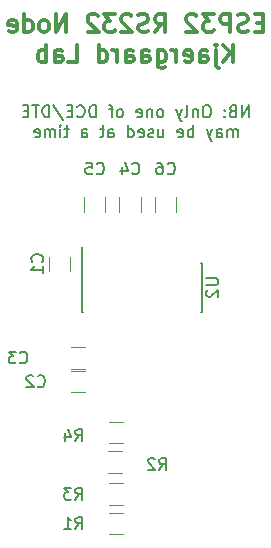
<source format=gbr>
G04 #@! TF.GenerationSoftware,KiCad,Pcbnew,5.0.2-bee76a0~70~ubuntu18.04.1*
G04 #@! TF.CreationDate,2020-08-17T12:22:27+12:00*
G04 #@! TF.ProjectId,Wireless232,57697265-6c65-4737-9332-33322e6b6963,rev?*
G04 #@! TF.SameCoordinates,Original*
G04 #@! TF.FileFunction,Legend,Bot*
G04 #@! TF.FilePolarity,Positive*
%FSLAX46Y46*%
G04 Gerber Fmt 4.6, Leading zero omitted, Abs format (unit mm)*
G04 Created by KiCad (PCBNEW 5.0.2-bee76a0~70~ubuntu18.04.1) date Mon 17 Aug 2020 12:22:27 NZST*
%MOMM*%
%LPD*%
G01*
G04 APERTURE LIST*
%ADD10C,0.200000*%
%ADD11C,0.300000*%
%ADD12C,0.120000*%
%ADD13C,0.150000*%
G04 APERTURE END LIST*
D10*
X135047619Y-72602380D02*
X135047619Y-71602380D01*
X134476190Y-72602380D01*
X134476190Y-71602380D01*
X133666666Y-72078571D02*
X133523809Y-72126190D01*
X133476190Y-72173809D01*
X133428571Y-72269047D01*
X133428571Y-72411904D01*
X133476190Y-72507142D01*
X133523809Y-72554761D01*
X133619047Y-72602380D01*
X134000000Y-72602380D01*
X134000000Y-71602380D01*
X133666666Y-71602380D01*
X133571428Y-71650000D01*
X133523809Y-71697619D01*
X133476190Y-71792857D01*
X133476190Y-71888095D01*
X133523809Y-71983333D01*
X133571428Y-72030952D01*
X133666666Y-72078571D01*
X134000000Y-72078571D01*
X133000000Y-72507142D02*
X132952380Y-72554761D01*
X133000000Y-72602380D01*
X133047619Y-72554761D01*
X133000000Y-72507142D01*
X133000000Y-72602380D01*
X133000000Y-71983333D02*
X132952380Y-72030952D01*
X133000000Y-72078571D01*
X133047619Y-72030952D01*
X133000000Y-71983333D01*
X133000000Y-72078571D01*
X131571428Y-71602380D02*
X131380952Y-71602380D01*
X131285714Y-71650000D01*
X131190476Y-71745238D01*
X131142857Y-71935714D01*
X131142857Y-72269047D01*
X131190476Y-72459523D01*
X131285714Y-72554761D01*
X131380952Y-72602380D01*
X131571428Y-72602380D01*
X131666666Y-72554761D01*
X131761904Y-72459523D01*
X131809523Y-72269047D01*
X131809523Y-71935714D01*
X131761904Y-71745238D01*
X131666666Y-71650000D01*
X131571428Y-71602380D01*
X130714285Y-71935714D02*
X130714285Y-72602380D01*
X130714285Y-72030952D02*
X130666666Y-71983333D01*
X130571428Y-71935714D01*
X130428571Y-71935714D01*
X130333333Y-71983333D01*
X130285714Y-72078571D01*
X130285714Y-72602380D01*
X129666666Y-72602380D02*
X129761904Y-72554761D01*
X129809523Y-72459523D01*
X129809523Y-71602380D01*
X129380952Y-71935714D02*
X129142857Y-72602380D01*
X128904761Y-71935714D02*
X129142857Y-72602380D01*
X129238095Y-72840476D01*
X129285714Y-72888095D01*
X129380952Y-72935714D01*
X127619047Y-72602380D02*
X127714285Y-72554761D01*
X127761904Y-72507142D01*
X127809523Y-72411904D01*
X127809523Y-72126190D01*
X127761904Y-72030952D01*
X127714285Y-71983333D01*
X127619047Y-71935714D01*
X127476190Y-71935714D01*
X127380952Y-71983333D01*
X127333333Y-72030952D01*
X127285714Y-72126190D01*
X127285714Y-72411904D01*
X127333333Y-72507142D01*
X127380952Y-72554761D01*
X127476190Y-72602380D01*
X127619047Y-72602380D01*
X126857142Y-71935714D02*
X126857142Y-72602380D01*
X126857142Y-72030952D02*
X126809523Y-71983333D01*
X126714285Y-71935714D01*
X126571428Y-71935714D01*
X126476190Y-71983333D01*
X126428571Y-72078571D01*
X126428571Y-72602380D01*
X125571428Y-72554761D02*
X125666666Y-72602380D01*
X125857142Y-72602380D01*
X125952380Y-72554761D01*
X126000000Y-72459523D01*
X126000000Y-72078571D01*
X125952380Y-71983333D01*
X125857142Y-71935714D01*
X125666666Y-71935714D01*
X125571428Y-71983333D01*
X125523809Y-72078571D01*
X125523809Y-72173809D01*
X126000000Y-72269047D01*
X124190476Y-72602380D02*
X124285714Y-72554761D01*
X124333333Y-72507142D01*
X124380952Y-72411904D01*
X124380952Y-72126190D01*
X124333333Y-72030952D01*
X124285714Y-71983333D01*
X124190476Y-71935714D01*
X124047619Y-71935714D01*
X123952380Y-71983333D01*
X123904761Y-72030952D01*
X123857142Y-72126190D01*
X123857142Y-72411904D01*
X123904761Y-72507142D01*
X123952380Y-72554761D01*
X124047619Y-72602380D01*
X124190476Y-72602380D01*
X123571428Y-71935714D02*
X123190476Y-71935714D01*
X123428571Y-72602380D02*
X123428571Y-71745238D01*
X123380952Y-71650000D01*
X123285714Y-71602380D01*
X123190476Y-71602380D01*
X122095238Y-72602380D02*
X122095238Y-71602380D01*
X121857142Y-71602380D01*
X121714285Y-71650000D01*
X121619047Y-71745238D01*
X121571428Y-71840476D01*
X121523809Y-72030952D01*
X121523809Y-72173809D01*
X121571428Y-72364285D01*
X121619047Y-72459523D01*
X121714285Y-72554761D01*
X121857142Y-72602380D01*
X122095238Y-72602380D01*
X120523809Y-72507142D02*
X120571428Y-72554761D01*
X120714285Y-72602380D01*
X120809523Y-72602380D01*
X120952380Y-72554761D01*
X121047619Y-72459523D01*
X121095238Y-72364285D01*
X121142857Y-72173809D01*
X121142857Y-72030952D01*
X121095238Y-71840476D01*
X121047619Y-71745238D01*
X120952380Y-71650000D01*
X120809523Y-71602380D01*
X120714285Y-71602380D01*
X120571428Y-71650000D01*
X120523809Y-71697619D01*
X120095238Y-72078571D02*
X119761904Y-72078571D01*
X119619047Y-72602380D02*
X120095238Y-72602380D01*
X120095238Y-71602380D01*
X119619047Y-71602380D01*
X118476190Y-71554761D02*
X119333333Y-72840476D01*
X118142857Y-72602380D02*
X118142857Y-71602380D01*
X117904761Y-71602380D01*
X117761904Y-71650000D01*
X117666666Y-71745238D01*
X117619047Y-71840476D01*
X117571428Y-72030952D01*
X117571428Y-72173809D01*
X117619047Y-72364285D01*
X117666666Y-72459523D01*
X117761904Y-72554761D01*
X117904761Y-72602380D01*
X118142857Y-72602380D01*
X117285714Y-71602380D02*
X116714285Y-71602380D01*
X117000000Y-72602380D02*
X117000000Y-71602380D01*
X116380952Y-72078571D02*
X116047619Y-72078571D01*
X115904761Y-72602380D02*
X116380952Y-72602380D01*
X116380952Y-71602380D01*
X115904761Y-71602380D01*
X134095238Y-74302380D02*
X134095238Y-73635714D01*
X134095238Y-73730952D02*
X134047619Y-73683333D01*
X133952380Y-73635714D01*
X133809523Y-73635714D01*
X133714285Y-73683333D01*
X133666666Y-73778571D01*
X133666666Y-74302380D01*
X133666666Y-73778571D02*
X133619047Y-73683333D01*
X133523809Y-73635714D01*
X133380952Y-73635714D01*
X133285714Y-73683333D01*
X133238095Y-73778571D01*
X133238095Y-74302380D01*
X132333333Y-74302380D02*
X132333333Y-73778571D01*
X132380952Y-73683333D01*
X132476190Y-73635714D01*
X132666666Y-73635714D01*
X132761904Y-73683333D01*
X132333333Y-74254761D02*
X132428571Y-74302380D01*
X132666666Y-74302380D01*
X132761904Y-74254761D01*
X132809523Y-74159523D01*
X132809523Y-74064285D01*
X132761904Y-73969047D01*
X132666666Y-73921428D01*
X132428571Y-73921428D01*
X132333333Y-73873809D01*
X131952380Y-73635714D02*
X131714285Y-74302380D01*
X131476190Y-73635714D02*
X131714285Y-74302380D01*
X131809523Y-74540476D01*
X131857142Y-74588095D01*
X131952380Y-74635714D01*
X130333333Y-74302380D02*
X130333333Y-73302380D01*
X130333333Y-73683333D02*
X130238095Y-73635714D01*
X130047619Y-73635714D01*
X129952380Y-73683333D01*
X129904761Y-73730952D01*
X129857142Y-73826190D01*
X129857142Y-74111904D01*
X129904761Y-74207142D01*
X129952380Y-74254761D01*
X130047619Y-74302380D01*
X130238095Y-74302380D01*
X130333333Y-74254761D01*
X129047619Y-74254761D02*
X129142857Y-74302380D01*
X129333333Y-74302380D01*
X129428571Y-74254761D01*
X129476190Y-74159523D01*
X129476190Y-73778571D01*
X129428571Y-73683333D01*
X129333333Y-73635714D01*
X129142857Y-73635714D01*
X129047619Y-73683333D01*
X129000000Y-73778571D01*
X129000000Y-73873809D01*
X129476190Y-73969047D01*
X127380952Y-73635714D02*
X127380952Y-74302380D01*
X127809523Y-73635714D02*
X127809523Y-74159523D01*
X127761904Y-74254761D01*
X127666666Y-74302380D01*
X127523809Y-74302380D01*
X127428571Y-74254761D01*
X127380952Y-74207142D01*
X126952380Y-74254761D02*
X126857142Y-74302380D01*
X126666666Y-74302380D01*
X126571428Y-74254761D01*
X126523809Y-74159523D01*
X126523809Y-74111904D01*
X126571428Y-74016666D01*
X126666666Y-73969047D01*
X126809523Y-73969047D01*
X126904761Y-73921428D01*
X126952380Y-73826190D01*
X126952380Y-73778571D01*
X126904761Y-73683333D01*
X126809523Y-73635714D01*
X126666666Y-73635714D01*
X126571428Y-73683333D01*
X125714285Y-74254761D02*
X125809523Y-74302380D01*
X126000000Y-74302380D01*
X126095238Y-74254761D01*
X126142857Y-74159523D01*
X126142857Y-73778571D01*
X126095238Y-73683333D01*
X126000000Y-73635714D01*
X125809523Y-73635714D01*
X125714285Y-73683333D01*
X125666666Y-73778571D01*
X125666666Y-73873809D01*
X126142857Y-73969047D01*
X124809523Y-74302380D02*
X124809523Y-73302380D01*
X124809523Y-74254761D02*
X124904761Y-74302380D01*
X125095238Y-74302380D01*
X125190476Y-74254761D01*
X125238095Y-74207142D01*
X125285714Y-74111904D01*
X125285714Y-73826190D01*
X125238095Y-73730952D01*
X125190476Y-73683333D01*
X125095238Y-73635714D01*
X124904761Y-73635714D01*
X124809523Y-73683333D01*
X123142857Y-74302380D02*
X123142857Y-73778571D01*
X123190476Y-73683333D01*
X123285714Y-73635714D01*
X123476190Y-73635714D01*
X123571428Y-73683333D01*
X123142857Y-74254761D02*
X123238095Y-74302380D01*
X123476190Y-74302380D01*
X123571428Y-74254761D01*
X123619047Y-74159523D01*
X123619047Y-74064285D01*
X123571428Y-73969047D01*
X123476190Y-73921428D01*
X123238095Y-73921428D01*
X123142857Y-73873809D01*
X122809523Y-73635714D02*
X122428571Y-73635714D01*
X122666666Y-73302380D02*
X122666666Y-74159523D01*
X122619047Y-74254761D01*
X122523809Y-74302380D01*
X122428571Y-74302380D01*
X120904761Y-74302380D02*
X120904761Y-73778571D01*
X120952380Y-73683333D01*
X121047619Y-73635714D01*
X121238095Y-73635714D01*
X121333333Y-73683333D01*
X120904761Y-74254761D02*
X121000000Y-74302380D01*
X121238095Y-74302380D01*
X121333333Y-74254761D01*
X121380952Y-74159523D01*
X121380952Y-74064285D01*
X121333333Y-73969047D01*
X121238095Y-73921428D01*
X121000000Y-73921428D01*
X120904761Y-73873809D01*
X119809523Y-73635714D02*
X119428571Y-73635714D01*
X119666666Y-73302380D02*
X119666666Y-74159523D01*
X119619047Y-74254761D01*
X119523809Y-74302380D01*
X119428571Y-74302380D01*
X119095238Y-74302380D02*
X119095238Y-73635714D01*
X119095238Y-73302380D02*
X119142857Y-73350000D01*
X119095238Y-73397619D01*
X119047619Y-73350000D01*
X119095238Y-73302380D01*
X119095238Y-73397619D01*
X118619047Y-74302380D02*
X118619047Y-73635714D01*
X118619047Y-73730952D02*
X118571428Y-73683333D01*
X118476190Y-73635714D01*
X118333333Y-73635714D01*
X118238095Y-73683333D01*
X118190476Y-73778571D01*
X118190476Y-74302380D01*
X118190476Y-73778571D02*
X118142857Y-73683333D01*
X118047619Y-73635714D01*
X117904761Y-73635714D01*
X117809523Y-73683333D01*
X117761904Y-73778571D01*
X117761904Y-74302380D01*
X116904761Y-74254761D02*
X117000000Y-74302380D01*
X117190476Y-74302380D01*
X117285714Y-74254761D01*
X117333333Y-74159523D01*
X117333333Y-73778571D01*
X117285714Y-73683333D01*
X117190476Y-73635714D01*
X117000000Y-73635714D01*
X116904761Y-73683333D01*
X116857142Y-73778571D01*
X116857142Y-73873809D01*
X117333333Y-73969047D01*
D11*
X136250000Y-64617857D02*
X135750000Y-64617857D01*
X135535714Y-65403571D02*
X136250000Y-65403571D01*
X136250000Y-63903571D01*
X135535714Y-63903571D01*
X134964285Y-65332142D02*
X134750000Y-65403571D01*
X134392857Y-65403571D01*
X134250000Y-65332142D01*
X134178571Y-65260714D01*
X134107142Y-65117857D01*
X134107142Y-64975000D01*
X134178571Y-64832142D01*
X134250000Y-64760714D01*
X134392857Y-64689285D01*
X134678571Y-64617857D01*
X134821428Y-64546428D01*
X134892857Y-64475000D01*
X134964285Y-64332142D01*
X134964285Y-64189285D01*
X134892857Y-64046428D01*
X134821428Y-63975000D01*
X134678571Y-63903571D01*
X134321428Y-63903571D01*
X134107142Y-63975000D01*
X133464285Y-65403571D02*
X133464285Y-63903571D01*
X132892857Y-63903571D01*
X132750000Y-63975000D01*
X132678571Y-64046428D01*
X132607142Y-64189285D01*
X132607142Y-64403571D01*
X132678571Y-64546428D01*
X132750000Y-64617857D01*
X132892857Y-64689285D01*
X133464285Y-64689285D01*
X132107142Y-63903571D02*
X131178571Y-63903571D01*
X131678571Y-64475000D01*
X131464285Y-64475000D01*
X131321428Y-64546428D01*
X131250000Y-64617857D01*
X131178571Y-64760714D01*
X131178571Y-65117857D01*
X131250000Y-65260714D01*
X131321428Y-65332142D01*
X131464285Y-65403571D01*
X131892857Y-65403571D01*
X132035714Y-65332142D01*
X132107142Y-65260714D01*
X130607142Y-64046428D02*
X130535714Y-63975000D01*
X130392857Y-63903571D01*
X130035714Y-63903571D01*
X129892857Y-63975000D01*
X129821428Y-64046428D01*
X129750000Y-64189285D01*
X129750000Y-64332142D01*
X129821428Y-64546428D01*
X130678571Y-65403571D01*
X129750000Y-65403571D01*
X127107142Y-65403571D02*
X127607142Y-64689285D01*
X127964285Y-65403571D02*
X127964285Y-63903571D01*
X127392857Y-63903571D01*
X127250000Y-63975000D01*
X127178571Y-64046428D01*
X127107142Y-64189285D01*
X127107142Y-64403571D01*
X127178571Y-64546428D01*
X127250000Y-64617857D01*
X127392857Y-64689285D01*
X127964285Y-64689285D01*
X126535714Y-65332142D02*
X126321428Y-65403571D01*
X125964285Y-65403571D01*
X125821428Y-65332142D01*
X125750000Y-65260714D01*
X125678571Y-65117857D01*
X125678571Y-64975000D01*
X125750000Y-64832142D01*
X125821428Y-64760714D01*
X125964285Y-64689285D01*
X126250000Y-64617857D01*
X126392857Y-64546428D01*
X126464285Y-64475000D01*
X126535714Y-64332142D01*
X126535714Y-64189285D01*
X126464285Y-64046428D01*
X126392857Y-63975000D01*
X126250000Y-63903571D01*
X125892857Y-63903571D01*
X125678571Y-63975000D01*
X125107142Y-64046428D02*
X125035714Y-63975000D01*
X124892857Y-63903571D01*
X124535714Y-63903571D01*
X124392857Y-63975000D01*
X124321428Y-64046428D01*
X124250000Y-64189285D01*
X124250000Y-64332142D01*
X124321428Y-64546428D01*
X125178571Y-65403571D01*
X124250000Y-65403571D01*
X123749999Y-63903571D02*
X122821428Y-63903571D01*
X123321428Y-64475000D01*
X123107142Y-64475000D01*
X122964285Y-64546428D01*
X122892857Y-64617857D01*
X122821428Y-64760714D01*
X122821428Y-65117857D01*
X122892857Y-65260714D01*
X122964285Y-65332142D01*
X123107142Y-65403571D01*
X123535714Y-65403571D01*
X123678571Y-65332142D01*
X123749999Y-65260714D01*
X122249999Y-64046428D02*
X122178571Y-63975000D01*
X122035714Y-63903571D01*
X121678571Y-63903571D01*
X121535714Y-63975000D01*
X121464285Y-64046428D01*
X121392857Y-64189285D01*
X121392857Y-64332142D01*
X121464285Y-64546428D01*
X122321428Y-65403571D01*
X121392857Y-65403571D01*
X119607142Y-65403571D02*
X119607142Y-63903571D01*
X118750000Y-65403571D01*
X118750000Y-63903571D01*
X117821428Y-65403571D02*
X117964285Y-65332142D01*
X118035714Y-65260714D01*
X118107142Y-65117857D01*
X118107142Y-64689285D01*
X118035714Y-64546428D01*
X117964285Y-64475000D01*
X117821428Y-64403571D01*
X117607142Y-64403571D01*
X117464285Y-64475000D01*
X117392857Y-64546428D01*
X117321428Y-64689285D01*
X117321428Y-65117857D01*
X117392857Y-65260714D01*
X117464285Y-65332142D01*
X117607142Y-65403571D01*
X117821428Y-65403571D01*
X116035714Y-65403571D02*
X116035714Y-63903571D01*
X116035714Y-65332142D02*
X116178571Y-65403571D01*
X116464285Y-65403571D01*
X116607142Y-65332142D01*
X116678571Y-65260714D01*
X116750000Y-65117857D01*
X116750000Y-64689285D01*
X116678571Y-64546428D01*
X116607142Y-64475000D01*
X116464285Y-64403571D01*
X116178571Y-64403571D01*
X116035714Y-64475000D01*
X114749999Y-65332142D02*
X114892857Y-65403571D01*
X115178571Y-65403571D01*
X115321428Y-65332142D01*
X115392857Y-65189285D01*
X115392857Y-64617857D01*
X115321428Y-64475000D01*
X115178571Y-64403571D01*
X114892857Y-64403571D01*
X114749999Y-64475000D01*
X114678571Y-64617857D01*
X114678571Y-64760714D01*
X115392857Y-64903571D01*
X133750000Y-67953571D02*
X133750000Y-66453571D01*
X132892857Y-67953571D02*
X133535714Y-67096428D01*
X132892857Y-66453571D02*
X133750000Y-67310714D01*
X132250000Y-66953571D02*
X132250000Y-68239285D01*
X132321428Y-68382142D01*
X132464285Y-68453571D01*
X132535714Y-68453571D01*
X132250000Y-66453571D02*
X132321428Y-66525000D01*
X132250000Y-66596428D01*
X132178571Y-66525000D01*
X132250000Y-66453571D01*
X132250000Y-66596428D01*
X130892857Y-67953571D02*
X130892857Y-67167857D01*
X130964285Y-67025000D01*
X131107142Y-66953571D01*
X131392857Y-66953571D01*
X131535714Y-67025000D01*
X130892857Y-67882142D02*
X131035714Y-67953571D01*
X131392857Y-67953571D01*
X131535714Y-67882142D01*
X131607142Y-67739285D01*
X131607142Y-67596428D01*
X131535714Y-67453571D01*
X131392857Y-67382142D01*
X131035714Y-67382142D01*
X130892857Y-67310714D01*
X129607142Y-67882142D02*
X129750000Y-67953571D01*
X130035714Y-67953571D01*
X130178571Y-67882142D01*
X130250000Y-67739285D01*
X130250000Y-67167857D01*
X130178571Y-67025000D01*
X130035714Y-66953571D01*
X129750000Y-66953571D01*
X129607142Y-67025000D01*
X129535714Y-67167857D01*
X129535714Y-67310714D01*
X130250000Y-67453571D01*
X128892857Y-67953571D02*
X128892857Y-66953571D01*
X128892857Y-67239285D02*
X128821428Y-67096428D01*
X128750000Y-67025000D01*
X128607142Y-66953571D01*
X128464285Y-66953571D01*
X127321428Y-66953571D02*
X127321428Y-68167857D01*
X127392857Y-68310714D01*
X127464285Y-68382142D01*
X127607142Y-68453571D01*
X127821428Y-68453571D01*
X127964285Y-68382142D01*
X127321428Y-67882142D02*
X127464285Y-67953571D01*
X127750000Y-67953571D01*
X127892857Y-67882142D01*
X127964285Y-67810714D01*
X128035714Y-67667857D01*
X128035714Y-67239285D01*
X127964285Y-67096428D01*
X127892857Y-67025000D01*
X127750000Y-66953571D01*
X127464285Y-66953571D01*
X127321428Y-67025000D01*
X125964285Y-67953571D02*
X125964285Y-67167857D01*
X126035714Y-67025000D01*
X126178571Y-66953571D01*
X126464285Y-66953571D01*
X126607142Y-67025000D01*
X125964285Y-67882142D02*
X126107142Y-67953571D01*
X126464285Y-67953571D01*
X126607142Y-67882142D01*
X126678571Y-67739285D01*
X126678571Y-67596428D01*
X126607142Y-67453571D01*
X126464285Y-67382142D01*
X126107142Y-67382142D01*
X125964285Y-67310714D01*
X124607142Y-67953571D02*
X124607142Y-67167857D01*
X124678571Y-67025000D01*
X124821428Y-66953571D01*
X125107142Y-66953571D01*
X125250000Y-67025000D01*
X124607142Y-67882142D02*
X124750000Y-67953571D01*
X125107142Y-67953571D01*
X125250000Y-67882142D01*
X125321428Y-67739285D01*
X125321428Y-67596428D01*
X125250000Y-67453571D01*
X125107142Y-67382142D01*
X124750000Y-67382142D01*
X124607142Y-67310714D01*
X123892857Y-67953571D02*
X123892857Y-66953571D01*
X123892857Y-67239285D02*
X123821428Y-67096428D01*
X123750000Y-67025000D01*
X123607142Y-66953571D01*
X123464285Y-66953571D01*
X122321428Y-67953571D02*
X122321428Y-66453571D01*
X122321428Y-67882142D02*
X122464285Y-67953571D01*
X122750000Y-67953571D01*
X122892857Y-67882142D01*
X122964285Y-67810714D01*
X123035714Y-67667857D01*
X123035714Y-67239285D01*
X122964285Y-67096428D01*
X122892857Y-67025000D01*
X122750000Y-66953571D01*
X122464285Y-66953571D01*
X122321428Y-67025000D01*
X119750000Y-67953571D02*
X120464285Y-67953571D01*
X120464285Y-66453571D01*
X118607142Y-67953571D02*
X118607142Y-67167857D01*
X118678571Y-67025000D01*
X118821428Y-66953571D01*
X119107142Y-66953571D01*
X119250000Y-67025000D01*
X118607142Y-67882142D02*
X118750000Y-67953571D01*
X119107142Y-67953571D01*
X119250000Y-67882142D01*
X119321428Y-67739285D01*
X119321428Y-67596428D01*
X119250000Y-67453571D01*
X119107142Y-67382142D01*
X118750000Y-67382142D01*
X118607142Y-67310714D01*
X117892857Y-67953571D02*
X117892857Y-66453571D01*
X117892857Y-67025000D02*
X117750000Y-66953571D01*
X117464285Y-66953571D01*
X117321428Y-67025000D01*
X117250000Y-67096428D01*
X117178571Y-67239285D01*
X117178571Y-67667857D01*
X117250000Y-67810714D01*
X117321428Y-67882142D01*
X117464285Y-67953571D01*
X117750000Y-67953571D01*
X117892857Y-67882142D01*
D12*
G04 #@! TO.C,R4*
X124402064Y-100210000D02*
X123197936Y-100210000D01*
X124402064Y-98390000D02*
X123197936Y-98390000D01*
G04 #@! TO.C,R3*
X124402064Y-103590000D02*
X123197936Y-103590000D01*
X124402064Y-105410000D02*
X123197936Y-105410000D01*
G04 #@! TO.C,R2*
X123097936Y-100890000D02*
X124302064Y-100890000D01*
X123097936Y-102710000D02*
X124302064Y-102710000D01*
G04 #@! TO.C,R1*
X124402064Y-106090000D02*
X123197936Y-106090000D01*
X124402064Y-107910000D02*
X123197936Y-107910000D01*
G04 #@! TO.C,C6*
X128910000Y-79397936D02*
X128910000Y-80602064D01*
X127090000Y-79397936D02*
X127090000Y-80602064D01*
G04 #@! TO.C,C5*
X121090000Y-79397936D02*
X121090000Y-80602064D01*
X122910000Y-79397936D02*
X122910000Y-80602064D01*
G04 #@! TO.C,C4*
X124090000Y-80602064D02*
X124090000Y-79397936D01*
X125910000Y-80602064D02*
X125910000Y-79397936D01*
G04 #@! TO.C,C3*
X119997936Y-93910000D02*
X121202064Y-93910000D01*
X119997936Y-92090000D02*
X121202064Y-92090000D01*
G04 #@! TO.C,C2*
X119997936Y-94090000D02*
X121202064Y-94090000D01*
X119997936Y-95910000D02*
X121202064Y-95910000D01*
G04 #@! TO.C,C1*
X118090000Y-84397936D02*
X118090000Y-85602064D01*
X119910000Y-84397936D02*
X119910000Y-85602064D01*
D13*
G04 #@! TO.C,U2*
X120925000Y-84925000D02*
X120950000Y-84925000D01*
X120925000Y-89075000D02*
X121030000Y-89075000D01*
X131075000Y-89075000D02*
X130970000Y-89075000D01*
X131075000Y-84925000D02*
X130970000Y-84925000D01*
X120925000Y-84925000D02*
X120925000Y-89075000D01*
X131075000Y-84925000D02*
X131075000Y-89075000D01*
X120950000Y-84925000D02*
X120950000Y-83550000D01*
G04 #@! TO.C,R4*
X120366666Y-100017381D02*
X120700000Y-99541191D01*
X120938095Y-100017381D02*
X120938095Y-99017381D01*
X120557142Y-99017381D01*
X120461904Y-99065001D01*
X120414285Y-99112620D01*
X120366666Y-99207858D01*
X120366666Y-99350715D01*
X120414285Y-99445953D01*
X120461904Y-99493572D01*
X120557142Y-99541191D01*
X120938095Y-99541191D01*
X119509523Y-99350715D02*
X119509523Y-100017381D01*
X119747619Y-98969762D02*
X119985714Y-99684048D01*
X119366666Y-99684048D01*
G04 #@! TO.C,R3*
X120366666Y-104982380D02*
X120700000Y-104506190D01*
X120938095Y-104982380D02*
X120938095Y-103982380D01*
X120557142Y-103982380D01*
X120461904Y-104030000D01*
X120414285Y-104077619D01*
X120366666Y-104172857D01*
X120366666Y-104315714D01*
X120414285Y-104410952D01*
X120461904Y-104458571D01*
X120557142Y-104506190D01*
X120938095Y-104506190D01*
X120033333Y-103982380D02*
X119414285Y-103982380D01*
X119747619Y-104363333D01*
X119604761Y-104363333D01*
X119509523Y-104410952D01*
X119461904Y-104458571D01*
X119414285Y-104553809D01*
X119414285Y-104791904D01*
X119461904Y-104887142D01*
X119509523Y-104934761D01*
X119604761Y-104982380D01*
X119890476Y-104982380D01*
X119985714Y-104934761D01*
X120033333Y-104887142D01*
G04 #@! TO.C,R2*
X127466666Y-102457381D02*
X127800000Y-101981191D01*
X128038095Y-102457381D02*
X128038095Y-101457381D01*
X127657142Y-101457381D01*
X127561904Y-101505001D01*
X127514285Y-101552620D01*
X127466666Y-101647858D01*
X127466666Y-101790715D01*
X127514285Y-101885953D01*
X127561904Y-101933572D01*
X127657142Y-101981191D01*
X128038095Y-101981191D01*
X127085714Y-101552620D02*
X127038095Y-101505001D01*
X126942857Y-101457381D01*
X126704761Y-101457381D01*
X126609523Y-101505001D01*
X126561904Y-101552620D01*
X126514285Y-101647858D01*
X126514285Y-101743096D01*
X126561904Y-101885953D01*
X127133333Y-102457381D01*
X126514285Y-102457381D01*
G04 #@! TO.C,R1*
X120366666Y-107452380D02*
X120700000Y-106976190D01*
X120938095Y-107452380D02*
X120938095Y-106452380D01*
X120557142Y-106452380D01*
X120461904Y-106500000D01*
X120414285Y-106547619D01*
X120366666Y-106642857D01*
X120366666Y-106785714D01*
X120414285Y-106880952D01*
X120461904Y-106928571D01*
X120557142Y-106976190D01*
X120938095Y-106976190D01*
X119414285Y-107452380D02*
X119985714Y-107452380D01*
X119700000Y-107452380D02*
X119700000Y-106452380D01*
X119795238Y-106595238D01*
X119890476Y-106690476D01*
X119985714Y-106738095D01*
G04 #@! TO.C,C6*
X128166666Y-77357142D02*
X128214285Y-77404761D01*
X128357142Y-77452380D01*
X128452380Y-77452380D01*
X128595238Y-77404761D01*
X128690476Y-77309523D01*
X128738095Y-77214285D01*
X128785714Y-77023809D01*
X128785714Y-76880952D01*
X128738095Y-76690476D01*
X128690476Y-76595238D01*
X128595238Y-76500000D01*
X128452380Y-76452380D01*
X128357142Y-76452380D01*
X128214285Y-76500000D01*
X128166666Y-76547619D01*
X127309523Y-76452380D02*
X127500000Y-76452380D01*
X127595238Y-76500000D01*
X127642857Y-76547619D01*
X127738095Y-76690476D01*
X127785714Y-76880952D01*
X127785714Y-77261904D01*
X127738095Y-77357142D01*
X127690476Y-77404761D01*
X127595238Y-77452380D01*
X127404761Y-77452380D01*
X127309523Y-77404761D01*
X127261904Y-77357142D01*
X127214285Y-77261904D01*
X127214285Y-77023809D01*
X127261904Y-76928571D01*
X127309523Y-76880952D01*
X127404761Y-76833333D01*
X127595238Y-76833333D01*
X127690476Y-76880952D01*
X127738095Y-76928571D01*
X127785714Y-77023809D01*
G04 #@! TO.C,C5*
X122166666Y-77357142D02*
X122214285Y-77404761D01*
X122357142Y-77452380D01*
X122452380Y-77452380D01*
X122595238Y-77404761D01*
X122690476Y-77309523D01*
X122738095Y-77214285D01*
X122785714Y-77023809D01*
X122785714Y-76880952D01*
X122738095Y-76690476D01*
X122690476Y-76595238D01*
X122595238Y-76500000D01*
X122452380Y-76452380D01*
X122357142Y-76452380D01*
X122214285Y-76500000D01*
X122166666Y-76547619D01*
X121261904Y-76452380D02*
X121738095Y-76452380D01*
X121785714Y-76928571D01*
X121738095Y-76880952D01*
X121642857Y-76833333D01*
X121404761Y-76833333D01*
X121309523Y-76880952D01*
X121261904Y-76928571D01*
X121214285Y-77023809D01*
X121214285Y-77261904D01*
X121261904Y-77357142D01*
X121309523Y-77404761D01*
X121404761Y-77452380D01*
X121642857Y-77452380D01*
X121738095Y-77404761D01*
X121785714Y-77357142D01*
G04 #@! TO.C,C4*
X125166666Y-77357142D02*
X125214285Y-77404761D01*
X125357142Y-77452380D01*
X125452380Y-77452380D01*
X125595238Y-77404761D01*
X125690476Y-77309523D01*
X125738095Y-77214285D01*
X125785714Y-77023809D01*
X125785714Y-76880952D01*
X125738095Y-76690476D01*
X125690476Y-76595238D01*
X125595238Y-76500000D01*
X125452380Y-76452380D01*
X125357142Y-76452380D01*
X125214285Y-76500000D01*
X125166666Y-76547619D01*
X124309523Y-76785714D02*
X124309523Y-77452380D01*
X124547619Y-76404761D02*
X124785714Y-77119047D01*
X124166666Y-77119047D01*
G04 #@! TO.C,C3*
X115666666Y-93357142D02*
X115714285Y-93404761D01*
X115857142Y-93452380D01*
X115952380Y-93452380D01*
X116095238Y-93404761D01*
X116190476Y-93309523D01*
X116238095Y-93214285D01*
X116285714Y-93023809D01*
X116285714Y-92880952D01*
X116238095Y-92690476D01*
X116190476Y-92595238D01*
X116095238Y-92500000D01*
X115952380Y-92452380D01*
X115857142Y-92452380D01*
X115714285Y-92500000D01*
X115666666Y-92547619D01*
X115333333Y-92452380D02*
X114714285Y-92452380D01*
X115047619Y-92833333D01*
X114904761Y-92833333D01*
X114809523Y-92880952D01*
X114761904Y-92928571D01*
X114714285Y-93023809D01*
X114714285Y-93261904D01*
X114761904Y-93357142D01*
X114809523Y-93404761D01*
X114904761Y-93452380D01*
X115190476Y-93452380D01*
X115285714Y-93404761D01*
X115333333Y-93357142D01*
G04 #@! TO.C,C2*
X117166666Y-95357142D02*
X117214285Y-95404761D01*
X117357142Y-95452380D01*
X117452380Y-95452380D01*
X117595238Y-95404761D01*
X117690476Y-95309523D01*
X117738095Y-95214285D01*
X117785714Y-95023809D01*
X117785714Y-94880952D01*
X117738095Y-94690476D01*
X117690476Y-94595238D01*
X117595238Y-94500000D01*
X117452380Y-94452380D01*
X117357142Y-94452380D01*
X117214285Y-94500000D01*
X117166666Y-94547619D01*
X116785714Y-94547619D02*
X116738095Y-94500000D01*
X116642857Y-94452380D01*
X116404761Y-94452380D01*
X116309523Y-94500000D01*
X116261904Y-94547619D01*
X116214285Y-94642857D01*
X116214285Y-94738095D01*
X116261904Y-94880952D01*
X116833333Y-95452380D01*
X116214285Y-95452380D01*
G04 #@! TO.C,C1*
X117537142Y-84833333D02*
X117584761Y-84785714D01*
X117632380Y-84642857D01*
X117632380Y-84547619D01*
X117584761Y-84404761D01*
X117489523Y-84309523D01*
X117394285Y-84261904D01*
X117203809Y-84214285D01*
X117060952Y-84214285D01*
X116870476Y-84261904D01*
X116775238Y-84309523D01*
X116680000Y-84404761D01*
X116632380Y-84547619D01*
X116632380Y-84642857D01*
X116680000Y-84785714D01*
X116727619Y-84833333D01*
X117632380Y-85785714D02*
X117632380Y-85214285D01*
X117632380Y-85500000D02*
X116632380Y-85500000D01*
X116775238Y-85404761D01*
X116870476Y-85309523D01*
X116918095Y-85214285D01*
G04 #@! TO.C,U2*
X131452380Y-86238095D02*
X132261904Y-86238095D01*
X132357142Y-86285714D01*
X132404761Y-86333333D01*
X132452380Y-86428571D01*
X132452380Y-86619047D01*
X132404761Y-86714285D01*
X132357142Y-86761904D01*
X132261904Y-86809523D01*
X131452380Y-86809523D01*
X131547619Y-87238095D02*
X131500000Y-87285714D01*
X131452380Y-87380952D01*
X131452380Y-87619047D01*
X131500000Y-87714285D01*
X131547619Y-87761904D01*
X131642857Y-87809523D01*
X131738095Y-87809523D01*
X131880952Y-87761904D01*
X132452380Y-87190476D01*
X132452380Y-87809523D01*
G04 #@! TD*
M02*

</source>
